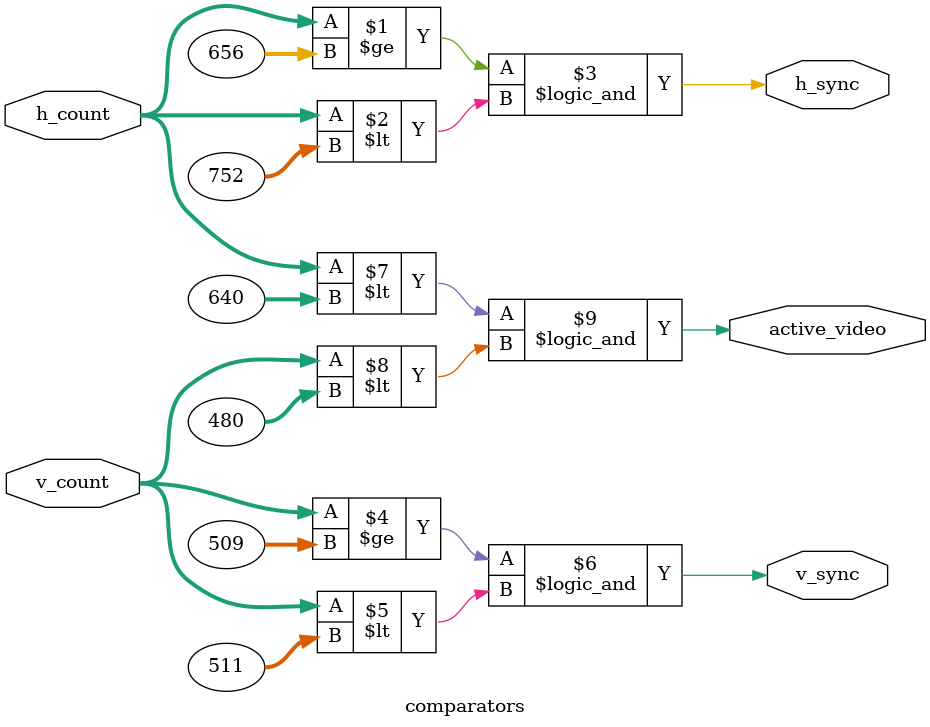
<source format=v>
`timescale 1ns / 1ps

/*
    Comparators Module:
    Module that deals with making the proper comparisons
    with the horizontal and vertical count values and 
    the specifications from the VGA standard to ensure 
    proper RGB output.
*/
module comparators(
    input [9:0] h_count,      // Horizontal pixel count.     
    input [9:0] v_count,      // Vertical pixel count.
    output h_sync,       // Hsync signal.
    output v_sync,       // Vsync signal.
    output active_video // Display active signal.
    );

    // Horizontal Parameters.
    localparam H_DIS_T = 640;                                           // Horizontal display area (pixels).                                                          
    localparam H_PUL_W = 96;                                            // Horizontal pulse width (pixels).   
    localparam H_FRO_POR = 16;                                          // Horizontal front porch (pixels).   
    localparam H_BA_POR = 48;                                           // Horizontal back porch (pixels).   
    localparam H_MAX = H_DIS_T + H_PUL_W + H_FRO_POR + H_BA_POR - 1;    // Horizontal counter max value (pixels).   

    // Vertical Parameters.
    localparam V_DIS_T = 480;                                           // Vertical display area (pixels).                                                          
    localparam V_PUL_W = 2;                                             // Vertical pulse width (pixels).   
    localparam V_FRO_POR = 10;                                          // Vertical front porch (pixels).   
    localparam V_BA_POR = 29;                                           // Vertical back porch (pixels).   
    localparam V_MAX = V_DIS_T + V_PUL_W + V_FRO_POR + V_BA_POR - 1;    // Vertical counter max value (pixels).

    // Drive the outputs.
    assign h_sync = (h_count >= (H_DIS_T + H_FRO_POR)) && (h_count < (H_DIS_T + H_FRO_POR + H_PUL_W));
    assign v_sync = (v_count >= (V_DIS_T + V_BA_POR)) && (v_count < (V_DIS_T + V_BA_POR + V_PUL_W));
    assign active_video = (h_count < H_DIS_T && v_count < V_DIS_T);
    
endmodule

</source>
